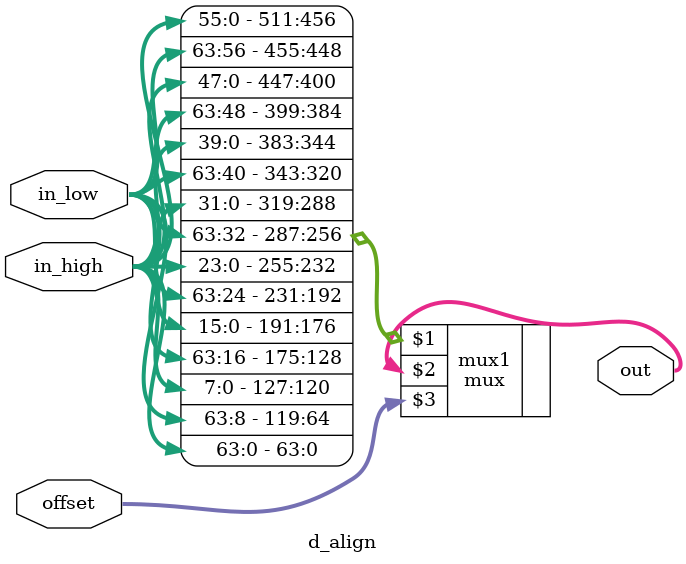
<source format=v>
module d_align(
    in_high,
    in_low,
    offset,
    out
);

    input [63:0] in_high;
    input [63:0] in_low;
    input [2:0] offset;
    output [63:0] out;
   
    // FIXME this is a lot of gates
    // could use tristates instead
    
    mux #(.WIDTH(64), .INPUTS(8)) mux1(
        {{in_high[55:0], in_low[63:56]},
        {in_high[47:0], in_low[63:48]},
        {in_high[39:0], in_low[63:40]},
        {in_high[31:0], in_low[63:32]},
        {in_high[23:0], in_low[63:24]},
        {in_high[15:0], in_low[63:16]},
        {in_high[7:0], in_low[63:8]},
        in_high
        },
        out,
        offset
    );
 
endmodule

</source>
